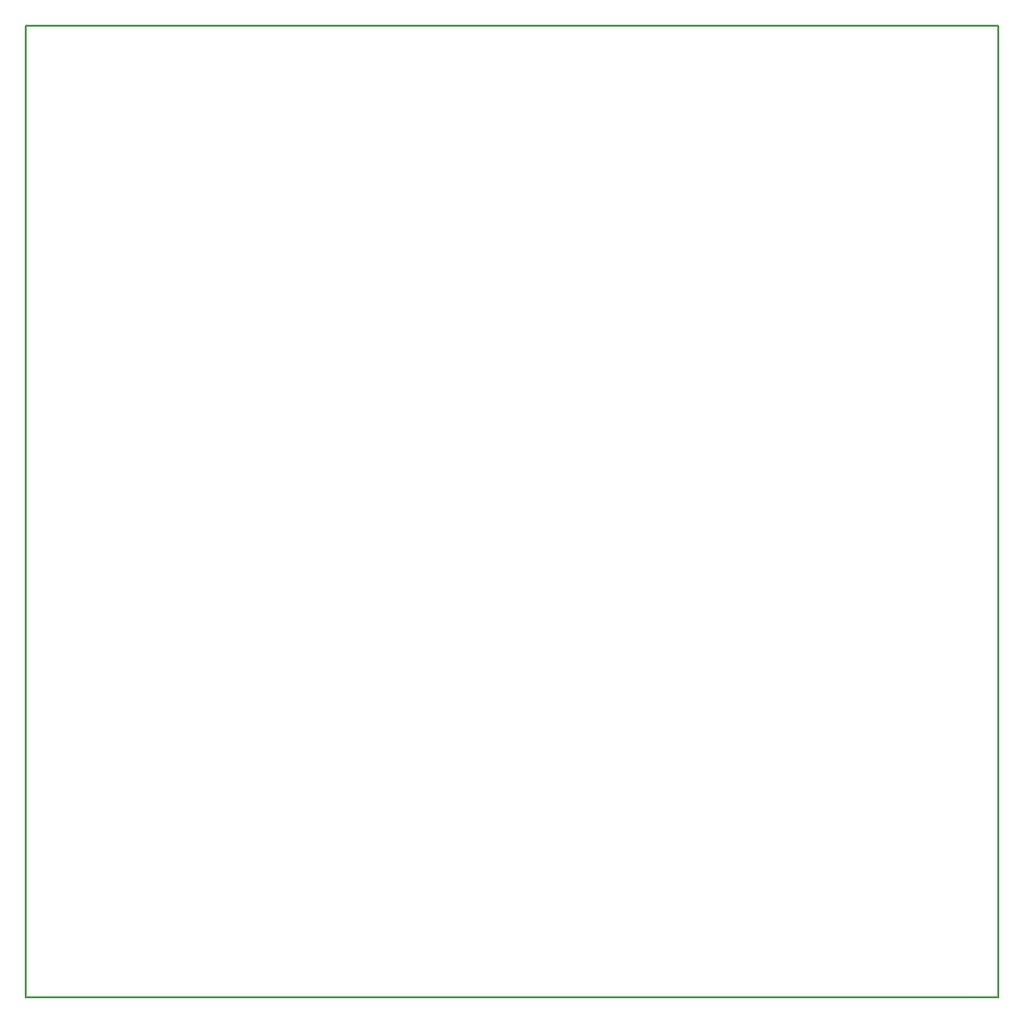
<source format=gbr>
%TF.GenerationSoftware,KiCad,Pcbnew,7.0.10*%
%TF.CreationDate,2024-03-05T16:09:13-06:00*%
%TF.ProjectId,shematic for power and light system,7368656d-6174-4696-9320-666f7220706f,rev?*%
%TF.SameCoordinates,Original*%
%TF.FileFunction,Profile,NP*%
%FSLAX46Y46*%
G04 Gerber Fmt 4.6, Leading zero omitted, Abs format (unit mm)*
G04 Created by KiCad (PCBNEW 7.0.10) date 2024-03-05 16:09:13*
%MOMM*%
%LPD*%
G01*
G04 APERTURE LIST*
%TA.AperFunction,Profile*%
%ADD10C,0.200000*%
%TD*%
G04 APERTURE END LIST*
D10*
X93129457Y-51401096D02*
X179621960Y-51401096D01*
X179621960Y-137792379D01*
X93129457Y-137792379D01*
X93129457Y-51401096D01*
M02*

</source>
